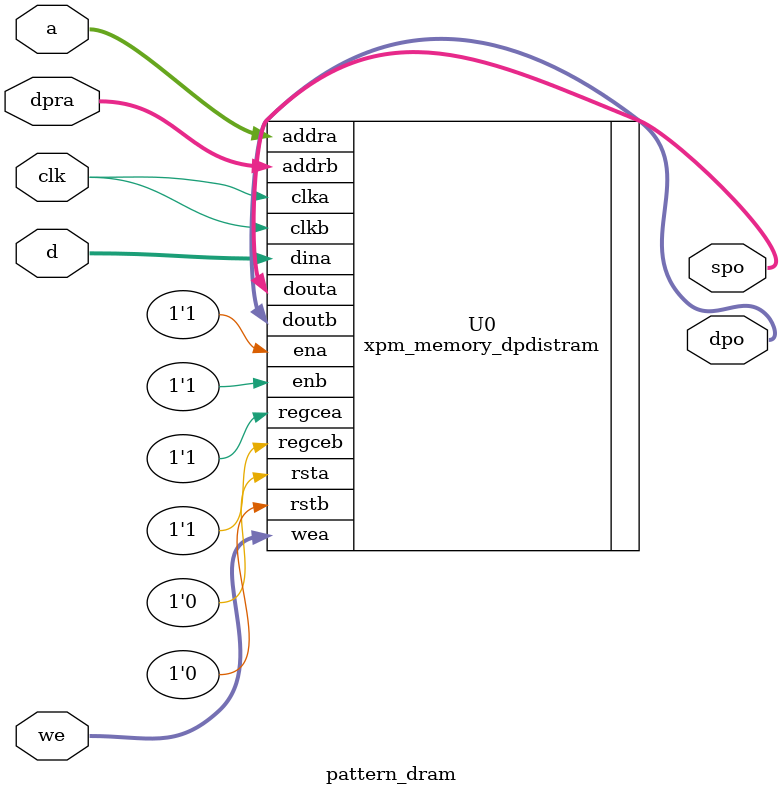
<source format=sv>
/*
	This Source Code Form is subject to the terms of the Mozilla Public
	License, v. 2.0. If a copy of the MPL was not distributed with this
	file, You can obtain one at https://mozilla.org/MPL/2.0/.
*/

module pattern_dram #(parameter axi_width = 32)
(
	input logic clk,

	input logic [7-$clog2(axi_width/8):0] a,
	input logic [axi_width-1:0] d,
	output logic [axi_width-1:0] spo,
	input logic [(axi_width/8)-1:0] we,

	input logic [7-$clog2(axi_width/8):0] dpra,
	output logic [axi_width-1:0] dpo
);
	xpm_memory_dpdistram
	#(
		.ADDR_WIDTH_A(8 - $clog2(axi_width/8)),
		.ADDR_WIDTH_B(8 - $clog2(axi_width/8)),
		.BYTE_WRITE_WIDTH_A(8),
		.CLOCKING_MODE("common_clock"),
		.MEMORY_INIT_FILE("none"),
		.MEMORY_INIT_PARAM("0"),
		.MEMORY_OPTIMIZATION("true"),
		.MEMORY_SIZE(2048),
		.MESSAGE_CONTROL(0),
		.READ_DATA_WIDTH_A(axi_width),
		.READ_DATA_WIDTH_B(axi_width),
		.READ_LATENCY_A(1),
		.READ_LATENCY_B(0),
		.READ_RESET_VALUE_A("0"),
		.READ_RESET_VALUE_B("0"),
		.RST_MODE_A("SYNC"),
		.RST_MODE_B("SYNC"),
		.USE_EMBEDDED_CONSTRAINT(0),
		.USE_MEM_INIT(0),
		.WRITE_DATA_WIDTH_A(axi_width)
	)
	U0
	(
		.clka(clk),
		.clkb(clk),

		.rsta(1'b0),
		.rstb(1'b0),

		.addra(a),
		.dina(d),
		.douta(spo),
		.wea(we),

		.addrb(dpra),
		.doutb(dpo),

		.ena(1'b1),
		.enb(1'b1),

		.regcea(1'b1),
		.regceb(1'b1)
	);
endmodule

</source>
